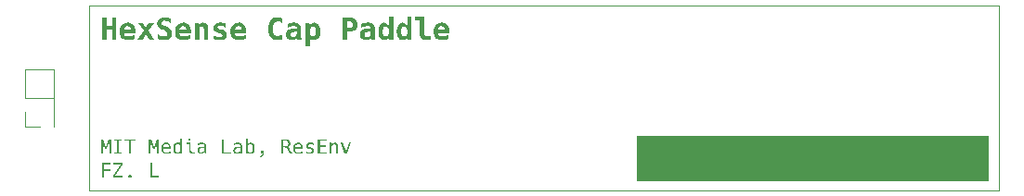
<source format=gbr>
%TF.GenerationSoftware,KiCad,Pcbnew,8.0.4*%
%TF.CreationDate,2024-09-05T15:58:04-04:00*%
%TF.ProjectId,paddle_1,70616464-6c65-45f3-912e-6b696361645f,rev?*%
%TF.SameCoordinates,Original*%
%TF.FileFunction,Legend,Top*%
%TF.FilePolarity,Positive*%
%FSLAX46Y46*%
G04 Gerber Fmt 4.6, Leading zero omitted, Abs format (unit mm)*
G04 Created by KiCad (PCBNEW 8.0.4) date 2024-09-05 15:58:04*
%MOMM*%
%LPD*%
G01*
G04 APERTURE LIST*
%ADD10C,0.187500*%
%ADD11C,0.100000*%
%ADD12C,0.500000*%
%ADD13C,0.120000*%
G04 APERTURE END LIST*
D10*
G36*
X105576521Y-95774134D02*
G01*
X105816245Y-95774134D01*
X106045491Y-96448855D01*
X106276643Y-95774134D01*
X106517637Y-95774134D01*
X106517637Y-97095000D01*
X106351259Y-97095000D01*
X106351259Y-95937655D01*
X106115027Y-96624124D01*
X105979131Y-96624124D01*
X105741629Y-95937655D01*
X105741629Y-97095000D01*
X105576521Y-97095000D01*
X105576521Y-95774134D01*
G37*
G36*
X106773555Y-96956563D02*
G01*
X107051699Y-96956563D01*
X107051699Y-95912571D01*
X106773555Y-95912571D01*
X106773555Y-95774134D01*
X107510191Y-95774134D01*
X107510191Y-95912571D01*
X107232048Y-95912571D01*
X107232048Y-96956563D01*
X107510191Y-96956563D01*
X107510191Y-97095000D01*
X106773555Y-97095000D01*
X106773555Y-96956563D01*
G37*
G36*
X108148080Y-95912571D02*
G01*
X107731500Y-95912571D01*
X107731500Y-95774134D01*
X108743422Y-95774134D01*
X108743422Y-95912571D01*
X108328429Y-95912571D01*
X108328429Y-97095000D01*
X108148080Y-97095000D01*
X108148080Y-95912571D01*
G37*
G36*
X109955697Y-95774134D02*
G01*
X110195422Y-95774134D01*
X110424668Y-96448855D01*
X110655819Y-95774134D01*
X110896814Y-95774134D01*
X110896814Y-97095000D01*
X110730436Y-97095000D01*
X110730436Y-95937655D01*
X110494204Y-96624124D01*
X110358307Y-96624124D01*
X110120806Y-95937655D01*
X110120806Y-97095000D01*
X109955697Y-97095000D01*
X109955697Y-95774134D01*
G37*
G36*
X111616054Y-96083470D02*
G01*
X111681266Y-96097033D01*
X111749390Y-96124284D01*
X111808945Y-96163841D01*
X111853171Y-96207543D01*
X111890507Y-96259237D01*
X111920117Y-96317875D01*
X111942004Y-96383455D01*
X111956165Y-96455979D01*
X111962066Y-96521720D01*
X111963032Y-96563478D01*
X111963032Y-96644127D01*
X111254654Y-96644127D01*
X111254654Y-96649207D01*
X111259754Y-96720331D01*
X111275054Y-96783834D01*
X111304460Y-96846166D01*
X111336256Y-96887979D01*
X111388514Y-96930956D01*
X111453129Y-96959867D01*
X111520938Y-96973758D01*
X111578203Y-96976884D01*
X111646697Y-96972954D01*
X111713583Y-96961167D01*
X111757281Y-96948942D01*
X111821489Y-96926334D01*
X111884089Y-96900422D01*
X111924930Y-96881311D01*
X111924930Y-97039117D01*
X111861273Y-97063154D01*
X111796991Y-97083351D01*
X111753789Y-97094682D01*
X111688242Y-97107259D01*
X111621623Y-97114031D01*
X111576615Y-97115321D01*
X111507096Y-97111979D01*
X111442415Y-97101956D01*
X111371182Y-97081108D01*
X111306915Y-97050638D01*
X111249614Y-97010545D01*
X111215282Y-96978471D01*
X111170717Y-96923517D01*
X111135372Y-96861531D01*
X111109248Y-96792512D01*
X111094521Y-96729625D01*
X111086197Y-96661854D01*
X111084148Y-96604120D01*
X111087403Y-96532362D01*
X111091217Y-96505690D01*
X111261004Y-96505690D01*
X111799511Y-96505690D01*
X111794710Y-96437823D01*
X111780306Y-96375911D01*
X111774427Y-96359316D01*
X111742199Y-96300734D01*
X111695048Y-96255806D01*
X111636105Y-96228229D01*
X111572492Y-96217986D01*
X111550579Y-96217386D01*
X111486862Y-96222833D01*
X111423023Y-96242959D01*
X111399124Y-96256123D01*
X111348059Y-96298299D01*
X111308576Y-96352196D01*
X111304187Y-96360268D01*
X111279043Y-96420296D01*
X111263624Y-96485915D01*
X111261004Y-96505690D01*
X111091217Y-96505690D01*
X111097166Y-96464096D01*
X111113439Y-96399323D01*
X111136221Y-96338042D01*
X111165412Y-96281584D01*
X111205796Y-96225422D01*
X111254167Y-96177045D01*
X111290851Y-96149120D01*
X111352382Y-96115200D01*
X111413529Y-96094368D01*
X111480748Y-96082307D01*
X111544546Y-96078949D01*
X111616054Y-96083470D01*
G37*
G36*
X112994640Y-97095000D02*
G01*
X112847313Y-97095000D01*
X112831120Y-96964501D01*
X112788143Y-97023267D01*
X112736172Y-97067600D01*
X112675207Y-97097499D01*
X112605247Y-97112964D01*
X112561231Y-97115321D01*
X112496742Y-97110855D01*
X112433611Y-97095630D01*
X112378660Y-97069598D01*
X112327564Y-97030782D01*
X112284774Y-96983393D01*
X112260861Y-96947037D01*
X112231392Y-96887176D01*
X112208709Y-96822849D01*
X112197358Y-96777484D01*
X112186331Y-96713374D01*
X112179881Y-96648964D01*
X112178184Y-96596182D01*
X112350401Y-96596182D01*
X112352910Y-96661578D01*
X112359291Y-96722554D01*
X112372071Y-96786692D01*
X112392630Y-96846385D01*
X112425149Y-96901533D01*
X112464706Y-96940369D01*
X112523913Y-96968860D01*
X112590443Y-96976884D01*
X112656288Y-96969000D01*
X112715226Y-96941004D01*
X112761674Y-96893552D01*
X112787937Y-96847337D01*
X112809211Y-96787406D01*
X112822229Y-96723189D01*
X112828897Y-96658257D01*
X112831120Y-96596182D01*
X112828610Y-96531056D01*
X112822229Y-96470764D01*
X112809211Y-96406864D01*
X112787937Y-96347250D01*
X112754924Y-96292034D01*
X112715226Y-96253583D01*
X112656288Y-96225339D01*
X112590443Y-96217386D01*
X112523913Y-96225339D01*
X112464706Y-96253583D01*
X112418460Y-96300879D01*
X112392630Y-96347250D01*
X112371045Y-96410732D01*
X112359291Y-96470764D01*
X112352623Y-96534981D01*
X112350401Y-96596182D01*
X112178184Y-96596182D01*
X112177990Y-96590150D01*
X112180540Y-96518738D01*
X112188191Y-96452148D01*
X112204105Y-96378605D01*
X112227365Y-96312005D01*
X112257969Y-96252348D01*
X112282452Y-96216434D01*
X112331665Y-96162863D01*
X112387896Y-96122450D01*
X112451147Y-96095195D01*
X112521418Y-96081097D01*
X112564724Y-96078949D01*
X112632476Y-96085290D01*
X112694360Y-96104312D01*
X112720942Y-96117369D01*
X112772671Y-96155244D01*
X112814863Y-96206953D01*
X112831120Y-96235484D01*
X112831120Y-95713171D01*
X112994640Y-95713171D01*
X112994640Y-97095000D01*
G37*
G36*
X113628401Y-95916381D02*
G01*
X113601730Y-95890345D01*
X113601730Y-95739207D01*
X113628401Y-95713171D01*
X113756360Y-95713171D01*
X113783032Y-95739207D01*
X113783032Y-95890345D01*
X113756360Y-95916381D01*
X113628401Y-95916381D01*
G37*
G36*
X113926866Y-97095000D02*
G01*
X113857668Y-97089205D01*
X113789734Y-97068833D01*
X113732300Y-97033793D01*
X113699842Y-97002285D01*
X113661010Y-96944155D01*
X113637162Y-96882448D01*
X113623355Y-96811295D01*
X113619511Y-96741287D01*
X113619511Y-96237707D01*
X113401695Y-96237707D01*
X113401695Y-96099270D01*
X113783032Y-96099270D01*
X113783032Y-96736207D01*
X113787834Y-96803986D01*
X113805893Y-96868611D01*
X113823674Y-96900045D01*
X113874000Y-96942433D01*
X113938194Y-96956507D01*
X113943060Y-96956563D01*
X114133886Y-96956563D01*
X114133886Y-97095000D01*
X113926866Y-97095000D01*
G37*
G36*
X114853933Y-96082387D02*
G01*
X114918468Y-96092702D01*
X114960697Y-96103398D01*
X115020589Y-96125917D01*
X115078215Y-96160289D01*
X115106120Y-96183094D01*
X115149202Y-96234219D01*
X115177064Y-96292481D01*
X115188039Y-96331374D01*
X115197084Y-96395676D01*
X115200904Y-96459973D01*
X115202009Y-96528869D01*
X115202009Y-96731762D01*
X115203304Y-96796654D01*
X115206766Y-96860532D01*
X115211217Y-96915921D01*
X115220617Y-96982636D01*
X115237376Y-97049255D01*
X115254399Y-97095000D01*
X115090244Y-97095000D01*
X115069670Y-97033552D01*
X115066113Y-97018478D01*
X115054353Y-96955836D01*
X115051824Y-96938782D01*
X115011004Y-96994900D01*
X114960578Y-97040137D01*
X114906402Y-97071821D01*
X114841460Y-97096587D01*
X114774117Y-97111072D01*
X114710812Y-97115321D01*
X114641892Y-97110161D01*
X114579282Y-97094682D01*
X114516388Y-97064933D01*
X114472993Y-97032766D01*
X114427715Y-96980628D01*
X114397255Y-96917088D01*
X114382619Y-96851035D01*
X114379401Y-96796852D01*
X114542847Y-96796852D01*
X114552332Y-96862831D01*
X114586847Y-96920207D01*
X114600317Y-96932114D01*
X114657567Y-96962718D01*
X114722699Y-96975791D01*
X114750819Y-96976884D01*
X114815990Y-96971256D01*
X114876901Y-96952279D01*
X114915610Y-96929256D01*
X114964612Y-96881713D01*
X114998359Y-96827553D01*
X115008325Y-96804155D01*
X115027444Y-96739579D01*
X115036441Y-96676622D01*
X115037854Y-96638412D01*
X115037854Y-96603485D01*
X114830516Y-96603485D01*
X114766252Y-96606764D01*
X114703243Y-96616601D01*
X114694937Y-96618408D01*
X114634609Y-96640079D01*
X114585711Y-96675244D01*
X114552265Y-96730281D01*
X114542847Y-96796852D01*
X114379401Y-96796852D01*
X114379326Y-96795582D01*
X114384224Y-96727897D01*
X114401154Y-96663179D01*
X114433744Y-96604738D01*
X114441242Y-96595547D01*
X114488529Y-96551060D01*
X114544821Y-96516703D01*
X114603810Y-96494260D01*
X114667989Y-96478855D01*
X114734710Y-96469156D01*
X114803975Y-96465162D01*
X114818133Y-96465048D01*
X115037854Y-96465048D01*
X115037854Y-96439647D01*
X115032755Y-96375612D01*
X115012676Y-96313583D01*
X114973398Y-96266284D01*
X114912434Y-96234624D01*
X114847424Y-96220442D01*
X114792414Y-96217386D01*
X114724992Y-96220914D01*
X114658462Y-96231496D01*
X114614605Y-96242470D01*
X114550963Y-96264051D01*
X114490536Y-96291169D01*
X114452037Y-96312323D01*
X114452037Y-96148485D01*
X114513700Y-96127336D01*
X114575809Y-96109133D01*
X114617463Y-96098635D01*
X114680584Y-96086639D01*
X114744687Y-96080180D01*
X114787969Y-96078949D01*
X114853933Y-96082387D01*
G37*
G36*
X116639085Y-95774134D02*
G01*
X116819434Y-95774134D01*
X116819434Y-96956563D01*
X117460181Y-96956563D01*
X117460181Y-97095000D01*
X116639085Y-97095000D01*
X116639085Y-95774134D01*
G37*
G36*
X118138315Y-96082387D02*
G01*
X118202850Y-96092702D01*
X118245080Y-96103398D01*
X118304971Y-96125917D01*
X118362598Y-96160289D01*
X118390502Y-96183094D01*
X118433585Y-96234219D01*
X118461447Y-96292481D01*
X118472421Y-96331374D01*
X118481466Y-96395676D01*
X118485287Y-96459973D01*
X118486392Y-96528869D01*
X118486392Y-96731762D01*
X118487687Y-96796654D01*
X118491149Y-96860532D01*
X118495600Y-96915921D01*
X118505000Y-96982636D01*
X118521759Y-97049255D01*
X118538782Y-97095000D01*
X118374626Y-97095000D01*
X118354052Y-97033552D01*
X118350495Y-97018478D01*
X118338735Y-96955836D01*
X118336207Y-96938782D01*
X118295386Y-96994900D01*
X118244961Y-97040137D01*
X118190785Y-97071821D01*
X118125843Y-97096587D01*
X118058500Y-97111072D01*
X117995195Y-97115321D01*
X117926274Y-97110161D01*
X117863664Y-97094682D01*
X117800771Y-97064933D01*
X117757376Y-97032766D01*
X117712097Y-96980628D01*
X117681637Y-96917088D01*
X117667001Y-96851035D01*
X117663784Y-96796852D01*
X117827229Y-96796852D01*
X117836714Y-96862831D01*
X117871230Y-96920207D01*
X117884699Y-96932114D01*
X117941949Y-96962718D01*
X118007081Y-96975791D01*
X118035202Y-96976884D01*
X118100372Y-96971256D01*
X118161283Y-96952279D01*
X118199993Y-96929256D01*
X118248994Y-96881713D01*
X118282741Y-96827553D01*
X118292707Y-96804155D01*
X118311826Y-96739579D01*
X118320823Y-96676622D01*
X118322236Y-96638412D01*
X118322236Y-96603485D01*
X118114898Y-96603485D01*
X118050634Y-96606764D01*
X117987625Y-96616601D01*
X117979319Y-96618408D01*
X117918991Y-96640079D01*
X117870094Y-96675244D01*
X117836648Y-96730281D01*
X117827229Y-96796852D01*
X117663784Y-96796852D01*
X117663709Y-96795582D01*
X117668606Y-96727897D01*
X117685536Y-96663179D01*
X117718126Y-96604738D01*
X117725624Y-96595547D01*
X117772912Y-96551060D01*
X117829204Y-96516703D01*
X117888192Y-96494260D01*
X117952371Y-96478855D01*
X118019093Y-96469156D01*
X118088357Y-96465162D01*
X118102515Y-96465048D01*
X118322236Y-96465048D01*
X118322236Y-96439647D01*
X118317138Y-96375612D01*
X118297058Y-96313583D01*
X118257780Y-96266284D01*
X118196816Y-96234624D01*
X118131806Y-96220442D01*
X118076796Y-96217386D01*
X118009374Y-96220914D01*
X117942844Y-96231496D01*
X117898988Y-96242470D01*
X117835346Y-96264051D01*
X117774918Y-96291169D01*
X117736420Y-96312323D01*
X117736420Y-96148485D01*
X117798082Y-96127336D01*
X117860191Y-96109133D01*
X117901845Y-96098635D01*
X117964966Y-96086639D01*
X118029070Y-96080180D01*
X118072351Y-96078949D01*
X118138315Y-96082387D01*
G37*
G36*
X118972508Y-96235484D02*
G01*
X119007559Y-96181368D01*
X119055306Y-96136044D01*
X119085226Y-96117369D01*
X119146723Y-96092494D01*
X119214088Y-96080300D01*
X119247159Y-96078949D01*
X119310520Y-96083383D01*
X119372552Y-96098503D01*
X119426556Y-96124354D01*
X119481070Y-96166171D01*
X119525943Y-96217840D01*
X119543401Y-96245010D01*
X119572975Y-96303770D01*
X119595494Y-96367174D01*
X119606587Y-96412023D01*
X119617433Y-96475072D01*
X119624131Y-96543767D01*
X119625638Y-96595230D01*
X119623312Y-96658896D01*
X119616333Y-96722412D01*
X119605952Y-96780024D01*
X119589710Y-96841415D01*
X119565316Y-96904023D01*
X119542449Y-96947990D01*
X119505478Y-97000514D01*
X119456155Y-97048043D01*
X119425603Y-97069598D01*
X119366292Y-97097460D01*
X119303530Y-97111704D01*
X119246207Y-97115321D01*
X119179216Y-97110018D01*
X119110202Y-97090429D01*
X119051034Y-97056406D01*
X119001711Y-97007950D01*
X118972508Y-96964501D01*
X118956632Y-97095000D01*
X118808988Y-97095000D01*
X118808988Y-96596182D01*
X118972508Y-96596182D01*
X118975017Y-96662231D01*
X118981399Y-96723189D01*
X118994417Y-96787406D01*
X119015690Y-96847337D01*
X119048862Y-96902396D01*
X119088401Y-96941004D01*
X119147429Y-96969000D01*
X119213503Y-96976884D01*
X119279962Y-96969000D01*
X119338921Y-96941004D01*
X119385168Y-96893451D01*
X119410997Y-96847020D01*
X119431557Y-96786930D01*
X119444337Y-96722871D01*
X119451004Y-96658415D01*
X119453227Y-96597135D01*
X119450718Y-96531829D01*
X119444337Y-96471081D01*
X119431557Y-96406943D01*
X119410997Y-96347250D01*
X119378479Y-96292034D01*
X119338921Y-96253583D01*
X119279962Y-96225339D01*
X119213503Y-96217386D01*
X119147429Y-96225339D01*
X119088401Y-96253583D01*
X119042110Y-96300678D01*
X119015690Y-96346615D01*
X118993361Y-96409939D01*
X118981399Y-96470129D01*
X118974731Y-96534822D01*
X118972508Y-96596182D01*
X118808988Y-96596182D01*
X118808988Y-95713171D01*
X118972508Y-95713171D01*
X118972508Y-96235484D01*
G37*
G36*
X120087941Y-97347107D02*
G01*
X120150754Y-97314089D01*
X120203257Y-97276156D01*
X120252652Y-97224149D01*
X120287201Y-97165065D01*
X120306903Y-97098904D01*
X120311789Y-97050865D01*
X120276228Y-97054357D01*
X120212648Y-97042380D01*
X120178433Y-97020383D01*
X120143993Y-96963479D01*
X120139378Y-96924176D01*
X120148904Y-96869563D01*
X120180338Y-96825111D01*
X120224790Y-96800345D01*
X120283213Y-96790184D01*
X120346663Y-96803370D01*
X120398041Y-96846503D01*
X120400694Y-96850195D01*
X120428476Y-96910987D01*
X120439907Y-96977606D01*
X120441336Y-97015938D01*
X120437431Y-97079606D01*
X120423406Y-97147718D01*
X120399180Y-97210869D01*
X120364755Y-97269059D01*
X120359734Y-97275983D01*
X120314568Y-97326905D01*
X120260987Y-97371079D01*
X120198992Y-97408507D01*
X120137844Y-97435721D01*
X120128583Y-97439187D01*
X120087941Y-97347107D01*
G37*
G36*
X122484852Y-95776506D02*
G01*
X122557395Y-95785615D01*
X122622637Y-95801555D01*
X122689526Y-95828787D01*
X122746478Y-95865316D01*
X122753803Y-95871294D01*
X122799084Y-95918231D01*
X122833244Y-95972918D01*
X122856282Y-96035353D01*
X122868198Y-96105536D01*
X122870013Y-96149120D01*
X122865568Y-96214132D01*
X122852233Y-96270729D01*
X122824849Y-96328759D01*
X122798890Y-96364078D01*
X122749049Y-96409244D01*
X122687239Y-96441944D01*
X122621376Y-96460717D01*
X122597267Y-96464731D01*
X122659118Y-96488307D01*
X122712480Y-96528681D01*
X122715383Y-96531727D01*
X122755152Y-96582569D01*
X122769361Y-96604755D01*
X122802928Y-96663398D01*
X122832467Y-96720456D01*
X122837309Y-96730174D01*
X123017658Y-97095000D01*
X122824926Y-97095000D01*
X122666486Y-96754940D01*
X122636932Y-96695121D01*
X122604942Y-96640151D01*
X122601078Y-96634284D01*
X122560966Y-96582986D01*
X122543925Y-96567606D01*
X122486294Y-96537806D01*
X122479469Y-96535854D01*
X122416473Y-96526357D01*
X122401043Y-96526011D01*
X122229267Y-96526011D01*
X122229267Y-97095000D01*
X122048918Y-97095000D01*
X122048918Y-96387575D01*
X122229267Y-96387575D01*
X122425809Y-96387575D01*
X122493098Y-96382978D01*
X122555608Y-96367090D01*
X122613595Y-96333044D01*
X122617588Y-96329469D01*
X122656092Y-96277213D01*
X122675776Y-96214485D01*
X122680774Y-96152613D01*
X122674263Y-96084781D01*
X122652058Y-96022629D01*
X122614096Y-95973534D01*
X122559759Y-95938853D01*
X122533764Y-95928764D01*
X122469807Y-95915244D01*
X122418824Y-95912571D01*
X122229267Y-95912571D01*
X122229267Y-96387575D01*
X122048918Y-96387575D01*
X122048918Y-95774134D01*
X122418824Y-95774134D01*
X122484852Y-95776506D01*
G37*
G36*
X123658789Y-96083470D02*
G01*
X123724002Y-96097033D01*
X123792126Y-96124284D01*
X123851680Y-96163841D01*
X123895907Y-96207543D01*
X123933242Y-96259237D01*
X123962853Y-96317875D01*
X123984739Y-96383455D01*
X123998901Y-96455979D01*
X124004802Y-96521720D01*
X124005767Y-96563478D01*
X124005767Y-96644127D01*
X123297390Y-96644127D01*
X123297390Y-96649207D01*
X123302490Y-96720331D01*
X123317790Y-96783834D01*
X123347195Y-96846166D01*
X123378991Y-96887979D01*
X123431249Y-96930956D01*
X123495864Y-96959867D01*
X123563674Y-96973758D01*
X123620938Y-96976884D01*
X123689432Y-96972954D01*
X123756319Y-96961167D01*
X123800017Y-96948942D01*
X123864225Y-96926334D01*
X123926825Y-96900422D01*
X123967665Y-96881311D01*
X123967665Y-97039117D01*
X123904008Y-97063154D01*
X123839726Y-97083351D01*
X123796524Y-97094682D01*
X123730977Y-97107259D01*
X123664358Y-97114031D01*
X123619351Y-97115321D01*
X123549832Y-97111979D01*
X123485151Y-97101956D01*
X123413918Y-97081108D01*
X123349651Y-97050638D01*
X123292349Y-97010545D01*
X123258018Y-96978471D01*
X123213453Y-96923517D01*
X123178108Y-96861531D01*
X123151984Y-96792512D01*
X123137257Y-96729625D01*
X123128933Y-96661854D01*
X123126884Y-96604120D01*
X123130138Y-96532362D01*
X123133953Y-96505690D01*
X123303740Y-96505690D01*
X123842247Y-96505690D01*
X123837445Y-96437823D01*
X123823042Y-96375911D01*
X123817163Y-96359316D01*
X123784935Y-96300734D01*
X123737784Y-96255806D01*
X123678840Y-96228229D01*
X123615228Y-96217986D01*
X123593314Y-96217386D01*
X123529598Y-96222833D01*
X123465758Y-96242959D01*
X123441859Y-96256123D01*
X123390795Y-96298299D01*
X123351311Y-96352196D01*
X123346922Y-96360268D01*
X123321779Y-96420296D01*
X123306359Y-96485915D01*
X123303740Y-96505690D01*
X123133953Y-96505690D01*
X123139902Y-96464096D01*
X123156174Y-96399323D01*
X123178956Y-96338042D01*
X123208148Y-96281584D01*
X123248532Y-96225422D01*
X123296902Y-96177045D01*
X123333586Y-96149120D01*
X123395118Y-96115200D01*
X123456264Y-96094368D01*
X123523483Y-96082307D01*
X123587281Y-96078949D01*
X123658789Y-96083470D01*
G37*
G36*
X124635083Y-97115321D02*
G01*
X124570465Y-97112312D01*
X124501075Y-97103287D01*
X124437802Y-97090763D01*
X124371023Y-97073818D01*
X124300739Y-97052452D01*
X124300739Y-96884169D01*
X124369311Y-96915678D01*
X124435004Y-96940667D01*
X124497816Y-96959138D01*
X124567457Y-96972447D01*
X124633178Y-96976884D01*
X124699645Y-96971819D01*
X124760943Y-96954740D01*
X124799239Y-96934019D01*
X124843908Y-96887187D01*
X124861411Y-96823237D01*
X124861472Y-96818761D01*
X124844996Y-96756127D01*
X124809399Y-96718108D01*
X124752202Y-96687504D01*
X124690548Y-96667295D01*
X124643656Y-96656193D01*
X124575390Y-96642222D01*
X124509903Y-96625830D01*
X124447425Y-96601981D01*
X124391910Y-96568766D01*
X124369640Y-96549508D01*
X124329782Y-96494364D01*
X124309406Y-96432284D01*
X124304232Y-96373286D01*
X124310344Y-96306568D01*
X124331832Y-96241283D01*
X124368792Y-96186346D01*
X124402027Y-96155471D01*
X124456084Y-96121992D01*
X124520460Y-96098080D01*
X124585254Y-96085002D01*
X124657949Y-96079248D01*
X124680170Y-96078949D01*
X124746640Y-96081836D01*
X124812138Y-96090496D01*
X124876663Y-96104930D01*
X124940216Y-96125138D01*
X124976095Y-96139277D01*
X124976095Y-96299940D01*
X124914504Y-96267773D01*
X124851698Y-96243507D01*
X124787677Y-96227141D01*
X124722440Y-96218676D01*
X124684616Y-96217386D01*
X124611564Y-96222487D01*
X124545439Y-96241334D01*
X124490650Y-96285971D01*
X124469867Y-96353563D01*
X124469658Y-96362491D01*
X124481815Y-96426373D01*
X124488073Y-96437424D01*
X124540734Y-96476654D01*
X124559197Y-96484099D01*
X124624288Y-96503230D01*
X124689359Y-96518098D01*
X124714145Y-96523154D01*
X124779870Y-96535537D01*
X124851035Y-96554758D01*
X124910139Y-96582259D01*
X124965141Y-96626188D01*
X125002774Y-96682038D01*
X125023038Y-96749810D01*
X125026898Y-96801615D01*
X125020329Y-96870635D01*
X125000623Y-96931955D01*
X124962751Y-96991737D01*
X124921800Y-97031496D01*
X124864588Y-97068169D01*
X124797731Y-97094364D01*
X124731319Y-97108690D01*
X124657524Y-97114993D01*
X124635083Y-97115321D01*
G37*
G36*
X125381245Y-95774134D02*
G01*
X126168684Y-95774134D01*
X126168684Y-95912571D01*
X125560959Y-95912571D01*
X125560959Y-96322801D01*
X126142013Y-96322801D01*
X126142013Y-96461238D01*
X125560959Y-96461238D01*
X125560959Y-96956563D01*
X126185512Y-96956563D01*
X126185512Y-97095000D01*
X125381245Y-97095000D01*
X125381245Y-95774134D01*
G37*
G36*
X126474452Y-96099270D02*
G01*
X126621779Y-96099270D01*
X126637972Y-96251678D01*
X126675535Y-96192977D01*
X126721067Y-96146421D01*
X126774570Y-96112011D01*
X126836043Y-96089745D01*
X126905485Y-96079624D01*
X126930404Y-96078949D01*
X127001845Y-96085220D01*
X127063761Y-96104033D01*
X127127760Y-96145186D01*
X127176876Y-96205936D01*
X127205452Y-96268645D01*
X127224503Y-96343896D01*
X127232540Y-96408565D01*
X127235219Y-96480289D01*
X127235219Y-97095000D01*
X127070746Y-97095000D01*
X127070746Y-96478066D01*
X127067054Y-96408144D01*
X127054291Y-96343648D01*
X127026943Y-96284590D01*
X127024071Y-96280572D01*
X126973446Y-96237378D01*
X126908915Y-96218929D01*
X126879602Y-96217386D01*
X126812043Y-96225417D01*
X126749905Y-96252802D01*
X126700523Y-96299623D01*
X126667537Y-96357656D01*
X126648296Y-96421233D01*
X126639499Y-96486770D01*
X126637972Y-96532044D01*
X126637972Y-97095000D01*
X126474452Y-97095000D01*
X126474452Y-96099270D01*
G37*
G36*
X127484787Y-96099270D02*
G01*
X127654340Y-96099270D01*
X127943279Y-96935289D01*
X128232854Y-96099270D01*
X128402725Y-96099270D01*
X128049012Y-97095000D01*
X127838499Y-97095000D01*
X127484787Y-96099270D01*
G37*
G36*
X105707020Y-97958134D02*
G01*
X106488108Y-97958134D01*
X106488108Y-98096571D01*
X105887369Y-98096571D01*
X105887369Y-98530933D01*
X106432226Y-98530933D01*
X106432226Y-98669369D01*
X105887369Y-98669369D01*
X105887369Y-99279000D01*
X105707020Y-99279000D01*
X105707020Y-97958134D01*
G37*
G36*
X106692588Y-99155168D02*
G01*
X107366992Y-98096571D01*
X106711957Y-98096571D01*
X106711957Y-97958134D01*
X107573377Y-97958134D01*
X107573377Y-98083553D01*
X106879923Y-99140563D01*
X107592745Y-99140563D01*
X107592745Y-99279000D01*
X106692588Y-99279000D01*
X106692588Y-99155168D01*
G37*
G36*
X108234445Y-99299321D02*
G01*
X108172146Y-99285959D01*
X108131887Y-99257091D01*
X108098254Y-99201289D01*
X108090293Y-99146913D01*
X108102032Y-99082224D01*
X108131887Y-99037053D01*
X108188262Y-99001527D01*
X108234445Y-98994505D01*
X108299480Y-99009505D01*
X108336367Y-99037053D01*
X108370257Y-99092598D01*
X108378279Y-99146913D01*
X108366451Y-99211691D01*
X108336367Y-99257091D01*
X108280369Y-99292351D01*
X108234445Y-99299321D01*
G37*
G36*
X110070321Y-97958134D02*
G01*
X110250669Y-97958134D01*
X110250669Y-99140563D01*
X110891416Y-99140563D01*
X110891416Y-99279000D01*
X110070321Y-99279000D01*
X110070321Y-97958134D01*
G37*
D11*
X104500000Y-83500000D02*
X187500000Y-83500000D01*
X187500000Y-100500000D01*
X104500000Y-100500000D01*
X104500000Y-83500000D01*
X154500000Y-95500000D02*
X186500000Y-95500000D01*
X186500000Y-99500000D01*
X154500000Y-99500000D01*
X154500000Y-95500000D01*
G36*
X154500000Y-95500000D02*
G01*
X186500000Y-95500000D01*
X186500000Y-99500000D01*
X154500000Y-99500000D01*
X154500000Y-95500000D01*
G37*
D12*
G36*
X105687090Y-84627899D02*
G01*
X106090579Y-84627899D01*
X106090579Y-85409476D01*
X106595184Y-85409476D01*
X106595184Y-84627899D01*
X106998674Y-84627899D01*
X106998674Y-86660000D01*
X106595184Y-86660000D01*
X106595184Y-85753370D01*
X106090579Y-85753370D01*
X106090579Y-86660000D01*
X105687090Y-86660000D01*
X105687090Y-84627899D01*
G37*
G36*
X108158949Y-85102951D02*
G01*
X108264376Y-85124418D01*
X108360839Y-85161341D01*
X108420167Y-85194542D01*
X108500959Y-85255525D01*
X108570777Y-85328563D01*
X108629621Y-85413657D01*
X108657571Y-85466140D01*
X108694330Y-85556663D01*
X108720586Y-85654330D01*
X108736339Y-85759140D01*
X108741509Y-85856710D01*
X108741591Y-85871095D01*
X108741591Y-86034738D01*
X107704047Y-86034738D01*
X107718747Y-86147624D01*
X107762848Y-86237154D01*
X107836350Y-86303329D01*
X107939253Y-86346147D01*
X108047464Y-86363989D01*
X108122191Y-86366908D01*
X108225494Y-86361550D01*
X108329141Y-86345476D01*
X108433131Y-86318685D01*
X108537465Y-86281179D01*
X108642142Y-86232956D01*
X108677110Y-86214501D01*
X108677110Y-86575003D01*
X108571947Y-86614513D01*
X108465650Y-86645849D01*
X108358219Y-86669010D01*
X108249655Y-86683996D01*
X108139957Y-86690808D01*
X108103140Y-86691263D01*
X107984272Y-86686313D01*
X107874658Y-86671466D01*
X107774299Y-86646719D01*
X107666084Y-86603958D01*
X107571196Y-86546942D01*
X107502302Y-86488541D01*
X107432413Y-86406166D01*
X107376983Y-86311083D01*
X107336013Y-86203292D01*
X107312917Y-86103758D01*
X107299863Y-85995399D01*
X107296650Y-85902358D01*
X107300694Y-85799112D01*
X107310294Y-85722107D01*
X107707955Y-85722107D01*
X108338101Y-85722107D01*
X108327110Y-85620899D01*
X108286505Y-85528522D01*
X108259944Y-85497404D01*
X108172317Y-85442707D01*
X108072411Y-85422390D01*
X108037194Y-85421200D01*
X107935551Y-85432191D01*
X107839714Y-85472796D01*
X107806140Y-85499357D01*
X107746475Y-85580461D01*
X107714345Y-85678544D01*
X107707955Y-85722107D01*
X107310294Y-85722107D01*
X107312825Y-85701802D01*
X107336593Y-85597862D01*
X107370925Y-85501676D01*
X107381158Y-85478841D01*
X107428877Y-85393295D01*
X107495041Y-85309172D01*
X107574421Y-85237876D01*
X107634682Y-85197473D01*
X107724502Y-85153449D01*
X107824947Y-85122002D01*
X107921552Y-85104805D01*
X108026291Y-85097238D01*
X108057711Y-85096845D01*
X108158949Y-85102951D01*
G37*
G36*
X109509979Y-85861325D02*
G01*
X108988764Y-85128108D01*
X109456245Y-85128108D01*
X109710746Y-85588262D01*
X109966224Y-85128108D01*
X110434193Y-85128108D01*
X109918841Y-85863768D01*
X110479134Y-86660000D01*
X110011653Y-86660000D01*
X109710746Y-86146113D01*
X109411304Y-86660000D01*
X108943824Y-86660000D01*
X109509979Y-85861325D01*
G37*
G36*
X111348639Y-86691263D02*
G01*
X111247583Y-86688210D01*
X111188415Y-86683447D01*
X111091138Y-86669479D01*
X111032588Y-86657069D01*
X110935769Y-86631538D01*
X110843148Y-86599519D01*
X110746113Y-86556805D01*
X110737543Y-86552533D01*
X110737543Y-86141228D01*
X110828077Y-86200888D01*
X110916678Y-86251274D01*
X111012858Y-86296383D01*
X111050662Y-86311221D01*
X111145173Y-86340587D01*
X111246710Y-86360328D01*
X111345708Y-86366908D01*
X111449137Y-86357360D01*
X111546016Y-86322084D01*
X111579692Y-86299009D01*
X111641242Y-86219019D01*
X111661678Y-86119407D01*
X111661758Y-86111919D01*
X111644447Y-86015061D01*
X111607048Y-85951695D01*
X111537683Y-85890146D01*
X111448290Y-85844717D01*
X111249965Y-85769979D01*
X111157353Y-85732684D01*
X111067932Y-85691549D01*
X110991556Y-85650300D01*
X110907278Y-85593084D01*
X110837194Y-85527201D01*
X110780265Y-85440848D01*
X110747056Y-85347550D01*
X110730926Y-85239491D01*
X110729239Y-85186727D01*
X110735490Y-85087121D01*
X110758584Y-84981681D01*
X110798695Y-84887834D01*
X110855823Y-84805582D01*
X110907048Y-84753928D01*
X110991604Y-84692640D01*
X111088409Y-84646404D01*
X111197463Y-84615222D01*
X111300686Y-84600476D01*
X111393579Y-84596636D01*
X111495657Y-84600157D01*
X111593002Y-84610720D01*
X111677390Y-84626434D01*
X111778369Y-84653499D01*
X111874554Y-84687240D01*
X111955826Y-84721200D01*
X111955826Y-85107592D01*
X111873581Y-85053835D01*
X111774571Y-85001353D01*
X111675217Y-84961992D01*
X111575520Y-84935751D01*
X111475480Y-84922630D01*
X111425331Y-84920990D01*
X111324558Y-84929165D01*
X111227378Y-84962374D01*
X111202093Y-84979120D01*
X111139290Y-85060367D01*
X111124424Y-85144717D01*
X111149037Y-85243452D01*
X111181577Y-85284424D01*
X111263154Y-85340111D01*
X111354516Y-85381505D01*
X111418492Y-85406545D01*
X111591905Y-85471514D01*
X111693899Y-85514049D01*
X111783177Y-85561727D01*
X111869639Y-85622513D01*
X111947057Y-85698926D01*
X111954361Y-85707941D01*
X112010561Y-85797723D01*
X112048368Y-85901106D01*
X112066533Y-86004421D01*
X112070621Y-86088960D01*
X112064181Y-86196179D01*
X112044861Y-86292887D01*
X112006042Y-86392431D01*
X111949692Y-86477668D01*
X111887438Y-86539344D01*
X111799045Y-86598539D01*
X111694149Y-86643194D01*
X111591103Y-86669899D01*
X111475933Y-86685922D01*
X111370696Y-86691114D01*
X111348639Y-86691263D01*
G37*
G36*
X113211845Y-85102951D02*
G01*
X113317272Y-85124418D01*
X113413735Y-85161341D01*
X113473063Y-85194542D01*
X113553855Y-85255525D01*
X113623673Y-85328563D01*
X113682517Y-85413657D01*
X113710467Y-85466140D01*
X113747226Y-85556663D01*
X113773482Y-85654330D01*
X113789235Y-85759140D01*
X113794405Y-85856710D01*
X113794487Y-85871095D01*
X113794487Y-86034738D01*
X112756943Y-86034738D01*
X112771643Y-86147624D01*
X112815744Y-86237154D01*
X112889246Y-86303329D01*
X112992149Y-86346147D01*
X113100360Y-86363989D01*
X113175087Y-86366908D01*
X113278390Y-86361550D01*
X113382037Y-86345476D01*
X113486027Y-86318685D01*
X113590361Y-86281179D01*
X113695038Y-86232956D01*
X113730006Y-86214501D01*
X113730006Y-86575003D01*
X113624843Y-86614513D01*
X113518546Y-86645849D01*
X113411115Y-86669010D01*
X113302551Y-86683996D01*
X113192853Y-86690808D01*
X113156036Y-86691263D01*
X113037168Y-86686313D01*
X112927554Y-86671466D01*
X112827195Y-86646719D01*
X112718980Y-86603958D01*
X112624092Y-86546942D01*
X112555198Y-86488541D01*
X112485309Y-86406166D01*
X112429879Y-86311083D01*
X112388909Y-86203292D01*
X112365813Y-86103758D01*
X112352759Y-85995399D01*
X112349546Y-85902358D01*
X112353590Y-85799112D01*
X112363190Y-85722107D01*
X112760851Y-85722107D01*
X113390997Y-85722107D01*
X113380006Y-85620899D01*
X113339401Y-85528522D01*
X113312840Y-85497404D01*
X113225213Y-85442707D01*
X113125307Y-85422390D01*
X113090090Y-85421200D01*
X112988447Y-85432191D01*
X112892610Y-85472796D01*
X112859036Y-85499357D01*
X112799371Y-85580461D01*
X112767241Y-85678544D01*
X112760851Y-85722107D01*
X112363190Y-85722107D01*
X112365721Y-85701802D01*
X112389489Y-85597862D01*
X112423821Y-85501676D01*
X112434054Y-85478841D01*
X112481773Y-85393295D01*
X112547937Y-85309172D01*
X112627317Y-85237876D01*
X112687578Y-85197473D01*
X112777398Y-85153449D01*
X112877843Y-85122002D01*
X112974448Y-85104805D01*
X113079187Y-85097238D01*
X113110607Y-85096845D01*
X113211845Y-85102951D01*
G37*
G36*
X114156454Y-85128108D02*
G01*
X114515003Y-85128108D01*
X114554570Y-85362093D01*
X114599097Y-85267942D01*
X114663617Y-85193462D01*
X114700139Y-85165722D01*
X114791301Y-85121127D01*
X114888616Y-85100141D01*
X114951221Y-85096845D01*
X115051330Y-85105974D01*
X115148698Y-85138067D01*
X115229915Y-85193266D01*
X115275087Y-85242903D01*
X115328689Y-85335488D01*
X115361608Y-85435758D01*
X115379043Y-85537368D01*
X115385865Y-85651928D01*
X115385973Y-85669351D01*
X115385973Y-86660000D01*
X114987857Y-86660000D01*
X114987857Y-85730411D01*
X114982431Y-85630139D01*
X114959831Y-85532071D01*
X114941939Y-85495450D01*
X114865499Y-85431641D01*
X114800767Y-85421200D01*
X114703044Y-85442774D01*
X114627860Y-85507496D01*
X114619539Y-85519385D01*
X114577474Y-85610851D01*
X114557679Y-85716032D01*
X114554570Y-85786587D01*
X114554570Y-86660000D01*
X114156454Y-86660000D01*
X114156454Y-85128108D01*
G37*
G36*
X116438171Y-86691263D02*
G01*
X116339459Y-86688017D01*
X116236762Y-86678280D01*
X116130082Y-86662051D01*
X116019417Y-86639330D01*
X115924153Y-86615438D01*
X115865666Y-86598939D01*
X115865666Y-86256022D01*
X115966651Y-86308315D01*
X116067739Y-86349788D01*
X116168930Y-86380443D01*
X116270224Y-86400278D01*
X116371621Y-86409294D01*
X116405443Y-86409895D01*
X116515267Y-86401924D01*
X116616835Y-86368251D01*
X116680418Y-86291309D01*
X116687299Y-86243321D01*
X116649655Y-86149349D01*
X116620376Y-86125108D01*
X116529762Y-86082854D01*
X116430706Y-86054689D01*
X116391765Y-86045973D01*
X116281367Y-86021060D01*
X116178098Y-85992644D01*
X116068375Y-85945897D01*
X115980166Y-85886675D01*
X115913472Y-85814979D01*
X115861837Y-85712477D01*
X115842474Y-85613337D01*
X115840753Y-85570188D01*
X115850950Y-85463332D01*
X115881542Y-85369420D01*
X115940335Y-85279243D01*
X116003907Y-85220432D01*
X116094918Y-85166363D01*
X116189630Y-85131725D01*
X116298413Y-85108914D01*
X116402855Y-85098776D01*
X116478227Y-85096845D01*
X116583000Y-85100772D01*
X116687024Y-85112553D01*
X116716608Y-85117362D01*
X116813946Y-85137901D01*
X116913865Y-85166180D01*
X116960851Y-85181842D01*
X116960851Y-85531109D01*
X116871870Y-85477208D01*
X116778885Y-85432768D01*
X116730286Y-85414849D01*
X116632900Y-85389805D01*
X116533082Y-85378785D01*
X116504117Y-85378213D01*
X116403386Y-85384743D01*
X116307963Y-85410709D01*
X116293579Y-85417780D01*
X116225653Y-85488790D01*
X116219818Y-85524270D01*
X116265287Y-85612530D01*
X116288695Y-85629783D01*
X116379064Y-85671915D01*
X116475052Y-85700469D01*
X116512421Y-85709406D01*
X116642358Y-85740669D01*
X116744238Y-85770681D01*
X116841409Y-85813713D01*
X116927714Y-85873037D01*
X116962316Y-85907243D01*
X117020442Y-85994602D01*
X117052346Y-86089246D01*
X117064011Y-86186825D01*
X117064410Y-86210104D01*
X117054625Y-86322876D01*
X117025270Y-86420611D01*
X116961056Y-86521635D01*
X116866264Y-86599166D01*
X116768414Y-86644274D01*
X116650994Y-86674347D01*
X116550087Y-86687034D01*
X116438171Y-86691263D01*
G37*
G36*
X118264741Y-85102951D02*
G01*
X118370168Y-85124418D01*
X118466631Y-85161341D01*
X118525959Y-85194542D01*
X118606751Y-85255525D01*
X118676569Y-85328563D01*
X118735413Y-85413657D01*
X118763363Y-85466140D01*
X118800122Y-85556663D01*
X118826378Y-85654330D01*
X118842131Y-85759140D01*
X118847301Y-85856710D01*
X118847383Y-85871095D01*
X118847383Y-86034738D01*
X117809839Y-86034738D01*
X117824539Y-86147624D01*
X117868640Y-86237154D01*
X117942142Y-86303329D01*
X118045045Y-86346147D01*
X118153256Y-86363989D01*
X118227983Y-86366908D01*
X118331286Y-86361550D01*
X118434933Y-86345476D01*
X118538923Y-86318685D01*
X118643257Y-86281179D01*
X118747934Y-86232956D01*
X118782903Y-86214501D01*
X118782903Y-86575003D01*
X118677739Y-86614513D01*
X118571442Y-86645849D01*
X118464011Y-86669010D01*
X118355447Y-86683996D01*
X118245750Y-86690808D01*
X118208932Y-86691263D01*
X118090064Y-86686313D01*
X117980450Y-86671466D01*
X117880091Y-86646719D01*
X117771876Y-86603958D01*
X117676988Y-86546942D01*
X117608094Y-86488541D01*
X117538205Y-86406166D01*
X117482775Y-86311083D01*
X117441805Y-86203292D01*
X117418709Y-86103758D01*
X117405655Y-85995399D01*
X117402442Y-85902358D01*
X117406486Y-85799112D01*
X117416086Y-85722107D01*
X117813747Y-85722107D01*
X118443893Y-85722107D01*
X118432903Y-85620899D01*
X118392297Y-85528522D01*
X118365736Y-85497404D01*
X118278109Y-85442707D01*
X118178203Y-85422390D01*
X118142986Y-85421200D01*
X118041343Y-85432191D01*
X117945506Y-85472796D01*
X117911933Y-85499357D01*
X117852267Y-85580461D01*
X117820137Y-85678544D01*
X117813747Y-85722107D01*
X117416086Y-85722107D01*
X117418617Y-85701802D01*
X117442385Y-85597862D01*
X117476717Y-85501676D01*
X117486950Y-85478841D01*
X117534669Y-85393295D01*
X117600833Y-85309172D01*
X117680213Y-85237876D01*
X117740474Y-85197473D01*
X117830294Y-85153449D01*
X117930739Y-85122002D01*
X118027344Y-85104805D01*
X118132083Y-85097238D01*
X118163503Y-85096845D01*
X118264741Y-85102951D01*
G37*
G36*
X121696231Y-86691263D02*
G01*
X121596992Y-86687057D01*
X121481316Y-86669972D01*
X121374941Y-86639745D01*
X121277869Y-86596375D01*
X121190099Y-86539863D01*
X121111631Y-86470208D01*
X121069016Y-86422107D01*
X121006393Y-86331766D01*
X120954384Y-86229880D01*
X120912989Y-86116450D01*
X120887515Y-86017395D01*
X120868834Y-85910951D01*
X120856946Y-85797118D01*
X120851852Y-85675897D01*
X120851639Y-85644438D01*
X120855036Y-85520820D01*
X120865225Y-85404713D01*
X120882208Y-85296117D01*
X120905983Y-85195031D01*
X120936552Y-85101455D01*
X120984315Y-84995048D01*
X121042693Y-84900375D01*
X121069016Y-84865792D01*
X121141902Y-84788252D01*
X121224091Y-84723854D01*
X121315582Y-84672599D01*
X121416375Y-84634486D01*
X121526470Y-84609515D01*
X121645868Y-84597687D01*
X121696231Y-84596636D01*
X121798092Y-84601591D01*
X121895091Y-84616458D01*
X121921912Y-84622526D01*
X122018848Y-84652837D01*
X122109988Y-84694310D01*
X122121702Y-84700683D01*
X122121702Y-85167676D01*
X122046389Y-85099314D01*
X122011304Y-85072909D01*
X121927664Y-85022166D01*
X121919469Y-85018199D01*
X121826739Y-84985163D01*
X121817376Y-84983028D01*
X121719922Y-84971804D01*
X121716748Y-84971793D01*
X121613921Y-84982356D01*
X121514007Y-85019494D01*
X121430785Y-85083370D01*
X121384577Y-85140809D01*
X121334996Y-85236949D01*
X121303233Y-85337351D01*
X121284640Y-85435502D01*
X121274015Y-85544816D01*
X121271249Y-85644438D01*
X121274015Y-85744398D01*
X121284640Y-85853804D01*
X121303233Y-85951703D01*
X121334996Y-86051377D01*
X121384577Y-86146113D01*
X121456671Y-86228287D01*
X121545457Y-86283568D01*
X121650936Y-86311955D01*
X121716748Y-86316106D01*
X121814056Y-86306660D01*
X121908144Y-86278324D01*
X121920446Y-86273119D01*
X122009347Y-86226064D01*
X122015212Y-86222316D01*
X122096404Y-86162305D01*
X122121702Y-86141228D01*
X122121702Y-86590635D01*
X122029796Y-86632223D01*
X121933597Y-86662648D01*
X121920446Y-86665861D01*
X121818873Y-86684094D01*
X121718455Y-86691039D01*
X121696231Y-86691263D01*
G37*
G36*
X123295522Y-85100281D02*
G01*
X123403172Y-85112623D01*
X123508513Y-85137237D01*
X123588136Y-85168653D01*
X123671475Y-85220812D01*
X123744083Y-85295708D01*
X123796720Y-85388960D01*
X123829692Y-85489996D01*
X123848927Y-85594470D01*
X123857719Y-85698105D01*
X123859246Y-85768025D01*
X123858053Y-85869407D01*
X123857292Y-85904312D01*
X123855660Y-86002925D01*
X123855338Y-86070397D01*
X123854581Y-86172139D01*
X123853872Y-86209616D01*
X123852430Y-86307977D01*
X123852407Y-86319525D01*
X123856074Y-86418650D01*
X123856315Y-86422595D01*
X123869445Y-86522547D01*
X123875366Y-86551067D01*
X123910938Y-86642923D01*
X123922260Y-86660000D01*
X123525610Y-86660000D01*
X123487020Y-86574515D01*
X123469434Y-86481702D01*
X123403283Y-86554403D01*
X123318750Y-86615332D01*
X123267690Y-86640460D01*
X123174175Y-86671418D01*
X123074616Y-86688087D01*
X123004884Y-86691263D01*
X122905154Y-86684858D01*
X122801824Y-86661853D01*
X122709851Y-86622118D01*
X122629236Y-86565652D01*
X122619958Y-86557418D01*
X122555630Y-86482923D01*
X122509682Y-86393775D01*
X122482113Y-86289972D01*
X122473067Y-86187122D01*
X122473009Y-86180795D01*
X122899371Y-86180795D01*
X122914881Y-86277882D01*
X122961409Y-86350300D01*
X123047362Y-86398488D01*
X123135799Y-86409895D01*
X123235415Y-86397085D01*
X123323160Y-86351076D01*
X123332170Y-86342972D01*
X123395328Y-86261560D01*
X123431821Y-86173468D01*
X123452858Y-86077433D01*
X123461101Y-85974286D01*
X123461130Y-85967815D01*
X123461130Y-85940949D01*
X123301395Y-85940949D01*
X123201501Y-85944533D01*
X123113817Y-85953649D01*
X123019449Y-85979684D01*
X122959944Y-86016175D01*
X122907889Y-86103836D01*
X122899371Y-86180795D01*
X122473009Y-86180795D01*
X122472923Y-86171514D01*
X122479792Y-86069016D01*
X122502953Y-85973132D01*
X122531053Y-85912128D01*
X122589958Y-85833108D01*
X122670916Y-85767534D01*
X122689323Y-85756789D01*
X122782421Y-85714795D01*
X122877911Y-85687856D01*
X122916957Y-85680586D01*
X123014227Y-85667786D01*
X123114794Y-85660894D01*
X123183670Y-85659581D01*
X123461130Y-85659581D01*
X123461130Y-85596078D01*
X123436950Y-85500731D01*
X123418143Y-85478353D01*
X123331843Y-85429882D01*
X123307257Y-85423642D01*
X123208335Y-85410597D01*
X123168527Y-85409476D01*
X123070448Y-85413978D01*
X122966481Y-85429160D01*
X122890579Y-85447578D01*
X122790699Y-85480551D01*
X122699383Y-85518500D01*
X122624842Y-85555045D01*
X122624842Y-85211151D01*
X122722282Y-85173490D01*
X122819143Y-85143795D01*
X122906699Y-85123712D01*
X123003487Y-85108416D01*
X123101084Y-85099469D01*
X123190509Y-85096845D01*
X123295522Y-85100281D01*
G37*
G36*
X125146616Y-85107013D02*
G01*
X125243542Y-85137517D01*
X125329715Y-85188358D01*
X125405135Y-85259534D01*
X125443405Y-85309337D01*
X125493208Y-85394539D01*
X125532706Y-85491145D01*
X125561901Y-85599154D01*
X125578359Y-85697872D01*
X125587661Y-85804508D01*
X125589951Y-85895519D01*
X125586373Y-86008467D01*
X125575640Y-86113449D01*
X125557751Y-86210464D01*
X125526839Y-86316366D01*
X125485623Y-86410796D01*
X125443405Y-86480725D01*
X125374269Y-86562761D01*
X125294661Y-86624647D01*
X125204581Y-86666385D01*
X125104030Y-86687973D01*
X125041870Y-86691263D01*
X124930071Y-86679458D01*
X124830615Y-86644045D01*
X124743500Y-86585024D01*
X124668728Y-86502394D01*
X124631542Y-86444577D01*
X124631542Y-87222735D01*
X124232449Y-87222735D01*
X124232449Y-85894054D01*
X124631542Y-85894054D01*
X124636335Y-85995964D01*
X124653186Y-86097914D01*
X124686140Y-86195420D01*
X124708234Y-86237948D01*
X124772829Y-86316533D01*
X124866074Y-86362374D01*
X124911933Y-86366908D01*
X125012244Y-86341944D01*
X125088311Y-86274056D01*
X125113189Y-86236482D01*
X125153374Y-86146189D01*
X125176816Y-86049915D01*
X125187532Y-85952401D01*
X125189392Y-85885750D01*
X125184813Y-85784114D01*
X125168713Y-85683131D01*
X125137228Y-85587513D01*
X125116120Y-85546252D01*
X125053838Y-85470048D01*
X124961728Y-85425596D01*
X124915840Y-85421200D01*
X124818973Y-85442564D01*
X124739520Y-85506656D01*
X124708722Y-85550648D01*
X124668022Y-85639597D01*
X124642395Y-85745241D01*
X124632220Y-85854597D01*
X124631542Y-85894054D01*
X124232449Y-85894054D01*
X124232449Y-85128108D01*
X124591974Y-85128108D01*
X124631542Y-85360628D01*
X124684561Y-85270983D01*
X124760049Y-85189839D01*
X124850215Y-85133940D01*
X124955061Y-85103285D01*
X125038939Y-85096845D01*
X125146616Y-85107013D01*
G37*
G36*
X128278103Y-84630219D02*
G01*
X128394867Y-84639646D01*
X128500230Y-84656323D01*
X128611616Y-84685907D01*
X128706585Y-84725932D01*
X128785136Y-84776399D01*
X128856893Y-84849916D01*
X128911026Y-84941385D01*
X128943397Y-85034075D01*
X128962820Y-85139954D01*
X128969115Y-85238262D01*
X128969295Y-85259023D01*
X128964799Y-85359162D01*
X128947534Y-85467240D01*
X128917320Y-85562128D01*
X128865705Y-85656161D01*
X128796466Y-85732243D01*
X128785136Y-85741646D01*
X128691897Y-85799509D01*
X128594192Y-85837794D01*
X128480070Y-85865638D01*
X128372426Y-85880865D01*
X128253382Y-85888841D01*
X128176482Y-85890146D01*
X128026029Y-85890146D01*
X128026029Y-86660000D01*
X127623028Y-86660000D01*
X127623028Y-85565792D01*
X128026029Y-85565792D01*
X128191625Y-85565792D01*
X128294464Y-85560382D01*
X128394233Y-85539077D01*
X128470551Y-85497404D01*
X128527352Y-85410721D01*
X128547753Y-85309536D01*
X128549685Y-85259023D01*
X128540335Y-85154437D01*
X128505172Y-85061644D01*
X128470551Y-85021130D01*
X128378214Y-84974046D01*
X128273260Y-84955549D01*
X128191625Y-84952254D01*
X128026029Y-84952254D01*
X128026029Y-85565792D01*
X127623028Y-85565792D01*
X127623028Y-84627899D01*
X128176482Y-84627899D01*
X128278103Y-84630219D01*
G37*
G36*
X130032717Y-85100281D02*
G01*
X130140367Y-85112623D01*
X130245708Y-85137237D01*
X130325331Y-85168653D01*
X130408669Y-85220812D01*
X130481278Y-85295708D01*
X130533914Y-85388960D01*
X130566887Y-85489996D01*
X130586121Y-85594470D01*
X130594914Y-85698105D01*
X130596441Y-85768025D01*
X130595248Y-85869407D01*
X130594487Y-85904312D01*
X130592855Y-86002925D01*
X130592533Y-86070397D01*
X130591776Y-86172139D01*
X130591067Y-86209616D01*
X130589625Y-86307977D01*
X130589602Y-86319525D01*
X130593269Y-86418650D01*
X130593510Y-86422595D01*
X130606640Y-86522547D01*
X130612561Y-86551067D01*
X130648132Y-86642923D01*
X130659455Y-86660000D01*
X130262805Y-86660000D01*
X130224214Y-86574515D01*
X130206629Y-86481702D01*
X130140477Y-86554403D01*
X130055945Y-86615332D01*
X130004884Y-86640460D01*
X129911370Y-86671418D01*
X129811810Y-86688087D01*
X129742079Y-86691263D01*
X129642349Y-86684858D01*
X129539019Y-86661853D01*
X129447046Y-86622118D01*
X129366431Y-86565652D01*
X129357152Y-86557418D01*
X129292825Y-86482923D01*
X129246877Y-86393775D01*
X129219308Y-86289972D01*
X129210262Y-86187122D01*
X129210204Y-86180795D01*
X129636566Y-86180795D01*
X129652076Y-86277882D01*
X129698604Y-86350300D01*
X129784556Y-86398488D01*
X129872993Y-86409895D01*
X129972610Y-86397085D01*
X130060354Y-86351076D01*
X130069364Y-86342972D01*
X130132522Y-86261560D01*
X130169016Y-86173468D01*
X130190053Y-86077433D01*
X130198296Y-85974286D01*
X130198325Y-85967815D01*
X130198325Y-85940949D01*
X130038590Y-85940949D01*
X129938695Y-85944533D01*
X129851011Y-85953649D01*
X129756644Y-85979684D01*
X129697138Y-86016175D01*
X129645084Y-86103836D01*
X129636566Y-86180795D01*
X129210204Y-86180795D01*
X129210118Y-86171514D01*
X129216987Y-86069016D01*
X129240148Y-85973132D01*
X129268248Y-85912128D01*
X129327152Y-85833108D01*
X129408110Y-85767534D01*
X129426517Y-85756789D01*
X129519616Y-85714795D01*
X129615106Y-85687856D01*
X129654152Y-85680586D01*
X129751421Y-85667786D01*
X129851988Y-85660894D01*
X129920865Y-85659581D01*
X130198325Y-85659581D01*
X130198325Y-85596078D01*
X130174145Y-85500731D01*
X130155338Y-85478353D01*
X130069038Y-85429882D01*
X130044452Y-85423642D01*
X129945530Y-85410597D01*
X129905722Y-85409476D01*
X129807643Y-85413978D01*
X129703675Y-85429160D01*
X129627773Y-85447578D01*
X129527893Y-85480551D01*
X129436578Y-85518500D01*
X129362037Y-85555045D01*
X129362037Y-85211151D01*
X129459476Y-85173490D01*
X129556338Y-85143795D01*
X129643893Y-85123712D01*
X129740682Y-85108416D01*
X129838278Y-85099469D01*
X129927704Y-85096845D01*
X130032717Y-85100281D01*
G37*
G36*
X132245080Y-86660000D02*
G01*
X131885554Y-86660000D01*
X131845987Y-86429923D01*
X131792967Y-86518737D01*
X131717480Y-86599130D01*
X131627313Y-86654512D01*
X131522467Y-86684882D01*
X131438590Y-86691263D01*
X131330889Y-86681118D01*
X131233893Y-86650684D01*
X131147604Y-86599961D01*
X131072020Y-86528948D01*
X131033635Y-86479260D01*
X130983999Y-86393994D01*
X130944632Y-86297566D01*
X130915534Y-86189975D01*
X130899131Y-86091789D01*
X130889860Y-85985851D01*
X130887578Y-85895519D01*
X130887888Y-85885750D01*
X131288136Y-85885750D01*
X131292868Y-85990286D01*
X131309505Y-86094459D01*
X131342039Y-86193530D01*
X131363852Y-86236482D01*
X131427942Y-86315961D01*
X131520253Y-86362323D01*
X131565596Y-86366908D01*
X131667096Y-86342224D01*
X131744100Y-86275099D01*
X131769295Y-86237948D01*
X131809738Y-86148742D01*
X131835202Y-86042935D01*
X131845313Y-85933515D01*
X131845987Y-85894054D01*
X131841163Y-85792174D01*
X131824204Y-85690332D01*
X131791041Y-85593036D01*
X131768806Y-85550648D01*
X131703502Y-85471766D01*
X131616011Y-85427394D01*
X131561688Y-85421200D01*
X131460509Y-85445136D01*
X131385142Y-85510226D01*
X131360921Y-85546252D01*
X131319482Y-85642789D01*
X131296737Y-85748882D01*
X131288776Y-85846327D01*
X131288136Y-85885750D01*
X130887888Y-85885750D01*
X130891180Y-85782137D01*
X130901985Y-85676769D01*
X130919993Y-85579416D01*
X130951111Y-85473170D01*
X130992601Y-85378465D01*
X131035101Y-85308360D01*
X131104948Y-85225943D01*
X131185407Y-85163770D01*
X131276479Y-85121839D01*
X131378163Y-85100150D01*
X131441032Y-85096845D01*
X131548399Y-85108696D01*
X131645248Y-85144249D01*
X131731578Y-85203505D01*
X131807389Y-85286462D01*
X131845987Y-85344508D01*
X131845987Y-84534110D01*
X132245080Y-84534110D01*
X132245080Y-86660000D01*
G37*
G36*
X133929378Y-86660000D02*
G01*
X133569853Y-86660000D01*
X133530286Y-86429923D01*
X133477266Y-86518737D01*
X133401779Y-86599130D01*
X133311612Y-86654512D01*
X133206766Y-86684882D01*
X133122889Y-86691263D01*
X133015187Y-86681118D01*
X132918192Y-86650684D01*
X132831902Y-86599961D01*
X132756318Y-86528948D01*
X132717934Y-86479260D01*
X132668297Y-86393994D01*
X132628930Y-86297566D01*
X132599833Y-86189975D01*
X132583430Y-86091789D01*
X132574159Y-85985851D01*
X132571877Y-85895519D01*
X132572187Y-85885750D01*
X132972435Y-85885750D01*
X132977167Y-85990286D01*
X132993804Y-86094459D01*
X133026338Y-86193530D01*
X133048150Y-86236482D01*
X133112241Y-86315961D01*
X133204552Y-86362323D01*
X133249895Y-86366908D01*
X133351395Y-86342224D01*
X133428399Y-86275099D01*
X133453593Y-86237948D01*
X133494037Y-86148742D01*
X133519501Y-86042935D01*
X133529612Y-85933515D01*
X133530286Y-85894054D01*
X133525462Y-85792174D01*
X133508503Y-85690332D01*
X133475340Y-85593036D01*
X133453105Y-85550648D01*
X133387800Y-85471766D01*
X133300310Y-85427394D01*
X133245987Y-85421200D01*
X133144807Y-85445136D01*
X133069441Y-85510226D01*
X133045219Y-85546252D01*
X133003781Y-85642789D01*
X132981035Y-85748882D01*
X132973075Y-85846327D01*
X132972435Y-85885750D01*
X132572187Y-85885750D01*
X132575478Y-85782137D01*
X132586283Y-85676769D01*
X132604291Y-85579416D01*
X132635409Y-85473170D01*
X132676900Y-85378465D01*
X132719399Y-85308360D01*
X132789247Y-85225943D01*
X132869706Y-85163770D01*
X132960778Y-85121839D01*
X133062461Y-85100150D01*
X133125331Y-85096845D01*
X133232698Y-85108696D01*
X133329547Y-85144249D01*
X133415876Y-85203505D01*
X133491688Y-85286462D01*
X133530286Y-85344508D01*
X133530286Y-84534110D01*
X133929378Y-84534110D01*
X133929378Y-86660000D01*
G37*
G36*
X135210188Y-86660000D02*
G01*
X135109174Y-86654830D01*
X135005477Y-86635733D01*
X134905628Y-86596677D01*
X134825684Y-86539242D01*
X134800837Y-86512965D01*
X134746127Y-86427572D01*
X134711078Y-86333769D01*
X134687997Y-86222154D01*
X134677739Y-86112308D01*
X134675785Y-86031807D01*
X134675785Y-84858464D01*
X134269853Y-84858464D01*
X134269853Y-84534110D01*
X135076343Y-84534110D01*
X135076343Y-86009825D01*
X135081876Y-86109650D01*
X135105616Y-86210182D01*
X135133007Y-86260418D01*
X135214720Y-86319116D01*
X135314310Y-86335572D01*
X135322540Y-86335645D01*
X135642498Y-86335645D01*
X135642498Y-86660000D01*
X135210188Y-86660000D01*
G37*
G36*
X136792027Y-85102951D02*
G01*
X136897454Y-85124418D01*
X136993916Y-85161341D01*
X137053244Y-85194542D01*
X137134036Y-85255525D01*
X137203855Y-85328563D01*
X137262699Y-85413657D01*
X137290648Y-85466140D01*
X137327407Y-85556663D01*
X137353663Y-85654330D01*
X137369417Y-85759140D01*
X137374586Y-85856710D01*
X137374668Y-85871095D01*
X137374668Y-86034738D01*
X136337124Y-86034738D01*
X136351825Y-86147624D01*
X136395926Y-86237154D01*
X136469428Y-86303329D01*
X136572330Y-86346147D01*
X136680541Y-86363989D01*
X136755268Y-86366908D01*
X136858571Y-86361550D01*
X136962218Y-86345476D01*
X137066208Y-86318685D01*
X137170542Y-86281179D01*
X137275219Y-86232956D01*
X137310188Y-86214501D01*
X137310188Y-86575003D01*
X137205024Y-86614513D01*
X137098727Y-86645849D01*
X136991296Y-86669010D01*
X136882732Y-86683996D01*
X136773035Y-86690808D01*
X136736217Y-86691263D01*
X136617349Y-86686313D01*
X136507736Y-86671466D01*
X136407377Y-86646719D01*
X136299162Y-86603958D01*
X136204273Y-86546942D01*
X136135380Y-86488541D01*
X136065490Y-86406166D01*
X136010060Y-86311083D01*
X135969091Y-86203292D01*
X135945995Y-86103758D01*
X135932941Y-85995399D01*
X135929727Y-85902358D01*
X135933771Y-85799112D01*
X135943372Y-85722107D01*
X136341032Y-85722107D01*
X136971179Y-85722107D01*
X136960188Y-85620899D01*
X136919583Y-85528522D01*
X136893021Y-85497404D01*
X136805394Y-85442707D01*
X136705488Y-85422390D01*
X136670272Y-85421200D01*
X136568628Y-85432191D01*
X136472792Y-85472796D01*
X136439218Y-85499357D01*
X136379552Y-85580461D01*
X136347422Y-85678544D01*
X136341032Y-85722107D01*
X135943372Y-85722107D01*
X135945903Y-85701802D01*
X135969671Y-85597862D01*
X136004002Y-85501676D01*
X136014235Y-85478841D01*
X136061954Y-85393295D01*
X136128119Y-85309172D01*
X136207498Y-85237876D01*
X136267759Y-85197473D01*
X136357580Y-85153449D01*
X136458025Y-85122002D01*
X136554629Y-85104805D01*
X136659369Y-85097238D01*
X136690788Y-85096845D01*
X136792027Y-85102951D01*
G37*
D13*
%TO.C,J1*%
X98670000Y-89405000D02*
X101330000Y-89405000D01*
X98670000Y-92005000D02*
X98670000Y-89405000D01*
X98670000Y-94605000D02*
X98670000Y-93275000D01*
X100000000Y-94605000D02*
X98670000Y-94605000D01*
X101270000Y-92005000D02*
X98670000Y-92005000D01*
X101270000Y-94605000D02*
X101270000Y-92005000D01*
X101270000Y-94605000D02*
X101330000Y-94605000D01*
X101330000Y-94605000D02*
X101330000Y-89405000D01*
%TD*%
M02*

</source>
